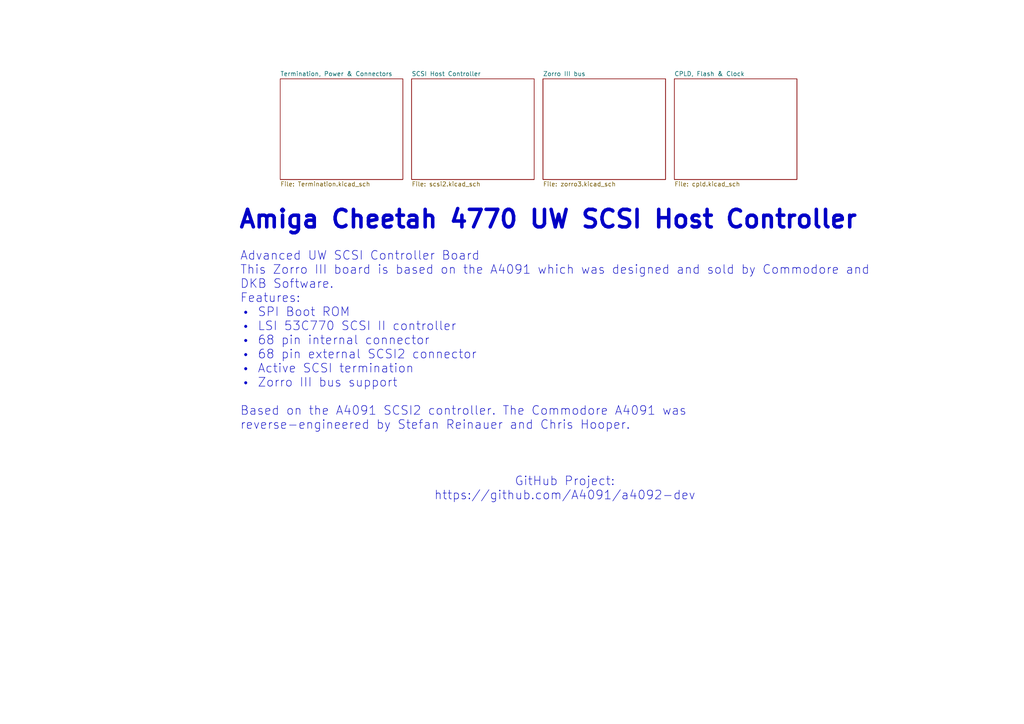
<source format=kicad_sch>
(kicad_sch
	(version 20250114)
	(generator "eeschema")
	(generator_version "9.0")
	(uuid "8f9f4021-47aa-41d9-bea7-f6ccf72098bb")
	(paper "A4")
	(title_block
		(title "Cheetah UW")
		(rev "PROTO1")
		(company "amiga.technology")
	)
	(lib_symbols)
	(text "Advanced UW SCSI Controller Board\nThis Zorro III board is based on the A4091 which was designed and sold by Commodore and\nDKB Software.\nFeatures:\n• SPI Boot ROM\n• LSI 53C770 SCSI II controller\n• 68 pin internal connector\n• 68 pin external SCSI2 connector\n• Active SCSI termination\n• Zorro III bus support\n\nBased on the A4091 SCSI2 controller. The Commodore A4091 was \nreverse-engineered by Stefan Reinauer and Chris Hooper. "
		(exclude_from_sim no)
		(at 69.596 98.806 0)
		(effects
			(font
				(size 2.54 2.54)
			)
			(justify left)
		)
		(uuid "363a9f3a-b894-40a2-9e9f-dc4ebfc1fee5")
	)
	(text "GitHub Project:\nhttps://github.com/A4091/a4092-dev"
		(exclude_from_sim no)
		(at 163.83 141.732 0)
		(effects
			(font
				(size 2.54 2.54)
			)
		)
		(uuid "b26551c3-a6a4-43fd-b17b-3a63f4664a89")
	)
	(text "Amiga Cheetah 4770 UW SCSI Host Controller\n"
		(exclude_from_sim no)
		(at 159.004 63.754 0)
		(effects
			(font
				(size 5.08 5.08)
				(thickness 1.016)
				(bold yes)
			)
		)
		(uuid "c6531cf0-d2cd-433f-a591-9bba1b6cad6b")
	)
	(sheet
		(at 119.38 22.86)
		(size 35.56 29.21)
		(exclude_from_sim no)
		(in_bom yes)
		(on_board yes)
		(dnp no)
		(fields_autoplaced yes)
		(stroke
			(width 0.1524)
			(type solid)
		)
		(fill
			(color 0 0 0 0.0000)
		)
		(uuid "2daf4fe3-1e72-4ad5-914a-264df02f69b3")
		(property "Sheetname" "SCSI Host Controller"
			(at 119.38 22.1484 0)
			(effects
				(font
					(size 1.27 1.27)
				)
				(justify left bottom)
			)
		)
		(property "Sheetfile" "scsi2.kicad_sch"
			(at 119.38 52.6546 0)
			(effects
				(font
					(size 1.27 1.27)
				)
				(justify left top)
			)
		)
		(instances
			(project "A4092"
				(path "/8f9f4021-47aa-41d9-bea7-f6ccf72098bb"
					(page "3")
				)
			)
		)
	)
	(sheet
		(at 81.28 22.86)
		(size 35.56 29.21)
		(exclude_from_sim no)
		(in_bom yes)
		(on_board yes)
		(dnp no)
		(fields_autoplaced yes)
		(stroke
			(width 0.1524)
			(type solid)
		)
		(fill
			(color 0 0 0 0.0000)
		)
		(uuid "53e9e23b-3b92-4a87-a15c-9c224d6145c5")
		(property "Sheetname" "Termination, Power & Connectors"
			(at 81.28 22.1484 0)
			(effects
				(font
					(size 1.27 1.27)
				)
				(justify left bottom)
			)
		)
		(property "Sheetfile" "Termination.kicad_sch"
			(at 81.28 52.6546 0)
			(effects
				(font
					(size 1.27 1.27)
				)
				(justify left top)
			)
		)
		(instances
			(project "A4092"
				(path "/8f9f4021-47aa-41d9-bea7-f6ccf72098bb"
					(page "2")
				)
			)
		)
	)
	(sheet
		(at 157.48 22.86)
		(size 35.56 29.21)
		(exclude_from_sim no)
		(in_bom yes)
		(on_board yes)
		(dnp no)
		(fields_autoplaced yes)
		(stroke
			(width 0.1524)
			(type solid)
		)
		(fill
			(color 0 0 0 0.0000)
		)
		(uuid "54ff82a5-3c96-49ab-8139-25683e385401")
		(property "Sheetname" "Zorro III bus"
			(at 157.48 22.1484 0)
			(effects
				(font
					(size 1.27 1.27)
				)
				(justify left bottom)
			)
		)
		(property "Sheetfile" "zorro3.kicad_sch"
			(at 157.48 52.6546 0)
			(effects
				(font
					(size 1.27 1.27)
				)
				(justify left top)
			)
		)
		(instances
			(project "A4092"
				(path "/8f9f4021-47aa-41d9-bea7-f6ccf72098bb"
					(page "5")
				)
			)
		)
	)
	(sheet
		(at 195.58 22.86)
		(size 35.56 29.21)
		(exclude_from_sim no)
		(in_bom yes)
		(on_board yes)
		(dnp no)
		(fields_autoplaced yes)
		(stroke
			(width 0.1524)
			(type solid)
		)
		(fill
			(color 0 0 0 0.0000)
		)
		(uuid "6ae4417c-9681-4757-b289-033d6e31deb3")
		(property "Sheetname" "CPLD, Flash & Clock"
			(at 195.58 22.1484 0)
			(effects
				(font
					(size 1.27 1.27)
				)
				(justify left bottom)
			)
		)
		(property "Sheetfile" "cpld.kicad_sch"
			(at 195.58 52.6546 0)
			(effects
				(font
					(size 1.27 1.27)
				)
				(justify left top)
			)
		)
		(instances
			(project "A4092"
				(path "/8f9f4021-47aa-41d9-bea7-f6ccf72098bb"
					(page "4")
				)
			)
		)
	)
	(sheet_instances
		(path "/"
			(page "1")
		)
	)
	(embedded_fonts no)
)

</source>
